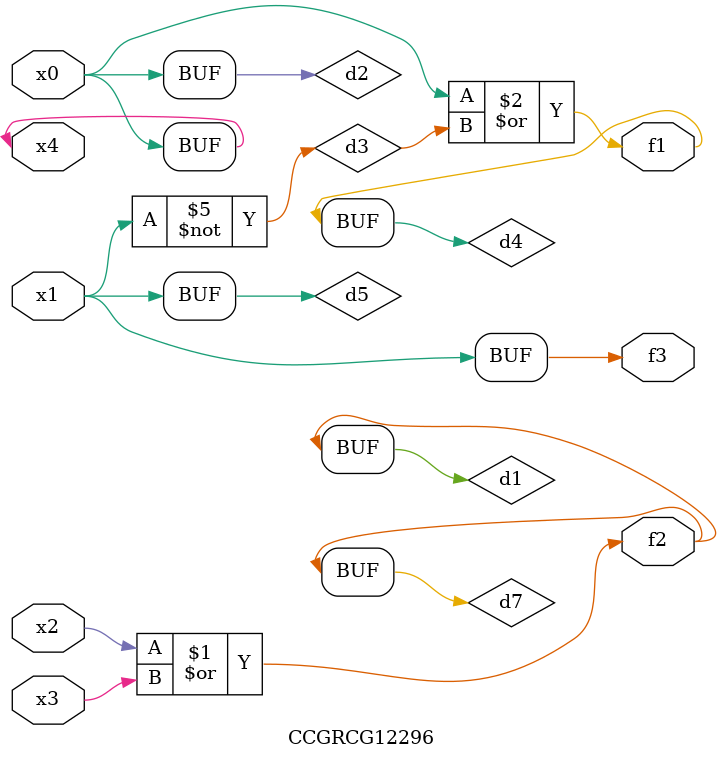
<source format=v>
module CCGRCG12296(
	input x0, x1, x2, x3, x4,
	output f1, f2, f3
);

	wire d1, d2, d3, d4, d5, d6, d7;

	or (d1, x2, x3);
	buf (d2, x0, x4);
	not (d3, x1);
	or (d4, d2, d3);
	not (d5, d3);
	nand (d6, d1, d3);
	or (d7, d1);
	assign f1 = d4;
	assign f2 = d7;
	assign f3 = d5;
endmodule

</source>
